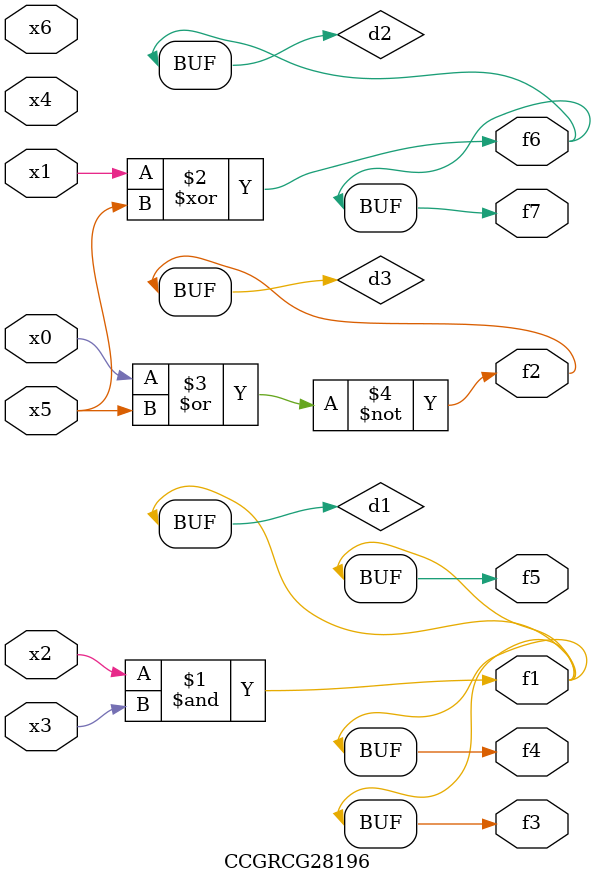
<source format=v>
module CCGRCG28196(
	input x0, x1, x2, x3, x4, x5, x6,
	output f1, f2, f3, f4, f5, f6, f7
);

	wire d1, d2, d3;

	and (d1, x2, x3);
	xor (d2, x1, x5);
	nor (d3, x0, x5);
	assign f1 = d1;
	assign f2 = d3;
	assign f3 = d1;
	assign f4 = d1;
	assign f5 = d1;
	assign f6 = d2;
	assign f7 = d2;
endmodule

</source>
